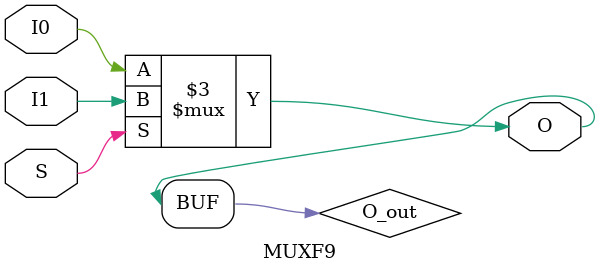
<source format=v>

`timescale 1 ps / 1 ps 

`celldefine

module MUXF9
  `ifdef XIL_TIMING //Simprim 
#(
  parameter LOC = "UNPLACED"
)
  `endif
(
  output O,

  input I0,
  input I1,
  input S
);

    reg O_out;

    always @(I0 or I1 or S)
        if (S)
            O_out = I1;
        else
            O_out = I0;

    assign O = O_out;

`ifdef XIL_TIMING

    specify


        (I0 => O) = (0:0:0, 0:0:0);
        (I1 => O) = (0:0:0, 0:0:0);
        (S => O) = (0:0:0, 0:0:0);
        specparam PATHPULSE$ = 0;


    endspecify

`endif

endmodule

`endcelldefine

</source>
